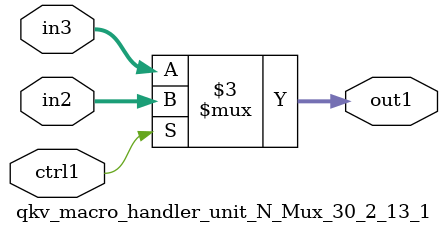
<source format=v>

`timescale 1ps / 1ps


module qkv_macro_handler_unit_N_Mux_30_2_13_1( in3, in2, ctrl1, out1 );

    input [29:0] in3;
    input [29:0] in2;
    input ctrl1;
    output [29:0] out1;
    reg [29:0] out1;

    
    // rtl_process:qkv_macro_handler_unit_N_Mux_30_2_13_1/qkv_macro_handler_unit_N_Mux_30_2_13_1_thread_1
    always @*
      begin : qkv_macro_handler_unit_N_Mux_30_2_13_1_thread_1
        case (ctrl1) 
          1'b1: 
            begin
              out1 = in2;
            end
          default: 
            begin
              out1 = in3;
            end
        endcase
      end

endmodule





</source>
